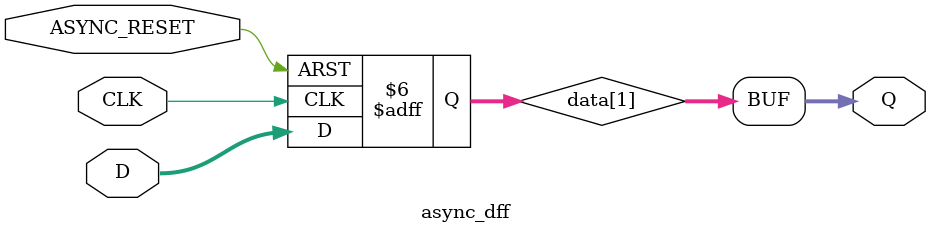
<source format=v>
module async_dff #(
 parameter SIZE = 8,
 parameter STAGE = 1
) (
input [SIZE-1:0] D, // Data input 
input CLK, // clock input 
input ASYNC_RESET, // asynchronous reset low level 
output [SIZE-1:0] Q // output Q
);

reg [SIZE-1:0] data [1:STAGE];

integer i;
 
always @(posedge CLK or negedge ASYNC_RESET) 
begin
 if(ASYNC_RESET==1'b0) begin
  for(i=1;i<STAGE+1;i=i+1) begin
     data[i] <= {(SIZE){1'b0}};
  end
 end else begin 
  for(i=1;i<STAGE+1;i=i+1) begin
     if(i==1) begin
       data[i] <= D;
     end else begin
       data[i] <= data[i-1];
     end
  end
 end 
end 

assign Q = STAGE ? data[STAGE] : D;

endmodule 

</source>
